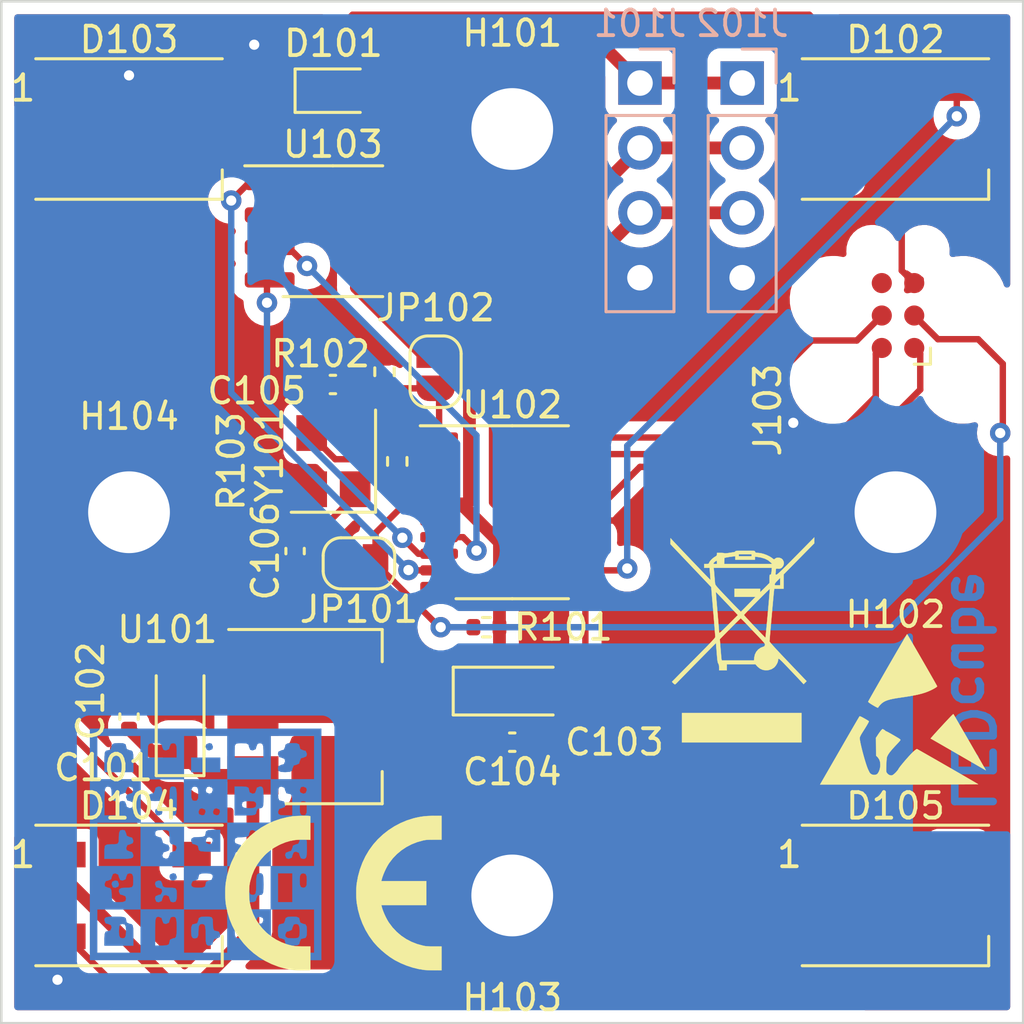
<source format=kicad_pcb>
(kicad_pcb (version 20211014) (generator pcbnew)
  (layers (0 "F.Cu" signal) (31 "B.Cu" signal) (34 "B.Paste" user) (35 "F.Paste" user) (36 "B.SilkS" user "B.Silkscreen") (37 "F.SilkS" user "F.Silkscreen") (38 "B.Mask" user) (39 "F.Mask" user) (44 "Edge.Cuts" user))
  (net 0 "")
  (net 1 "GND")
  (net 2 "+5V")
  (net 3 "+3V3")
  (net 4 "Net-(C105-Pad2)")
  (net 5 "Net-(C106-Pad2)")
  (net 6 "Net-(D101-Pad2)")
  (net 7 "/DIN")
  (net 8 "Net-(D102-Pad2)")
  (net 9 "Net-(D103-Pad2)")
  (net 10 "Net-(D104-Pad2)")
  (net 11 "/DOUT")
  (net 12 "/A")
  (net 13 "/B")
  (net 14 "/SWDIO")
  (net 15 "/SWCLK")
  (net 17 "/~{RST}")
  (net 18 "/BOOT0")
  (net 20 "Net-(U102-Pad7)")
  (net 21 "Net-(U102-Pad8)")
  (net 22 "Net-(U102-Pad9)")
  (footprint "Capacitor_SMD:C_0402_1005Metric" (layer "F.Cu") (at 100 109 180)
    (fp_text reference "C104")
    (fp_text value "100n")
  )
  (footprint "LED_SMD:LED_WS2812B_PLCC4_5.0x5.0mm_P3.2mm" (layer "F.Cu") (at 115 115)
    (fp_text reference "D105")
    (fp_text value "WS2812B")
  )
  (footprint "Capacitor_SMD:C_0402_1005Metric" (layer "F.Cu") (at 91.5 101.52 90)
    (fp_text reference "C106")
    (fp_text value "9p")
  )
  (footprint "MountingHole:MountingHole_3.2mm_M3_ISO14580_Pad" (layer "F.Cu") (at 100 115)
    (fp_text reference "H103")
    (fp_text value "~")
  )
  (footprint "Crystal:Crystal_SMD_3225-4Pin_3.2x2.5mm" (layer "F.Cu") (at 93 98 90)
    (fp_text reference "Y101")
    (fp_text value "16MHz")
  )
  (footprint "Capacitor_SMD:C_0402_1005Metric" (layer "F.Cu") (at 92.98 95 180)
    (fp_text reference "C105")
    (fp_text value "9p")
  )
  (footprint "Package_SO:TSSOP-20_4.4x6.5mm_P0.65mm" (layer "F.Cu") (at 100 100)
    (fp_text reference "U102")
    (fp_text value "STM32F030F4Px")
  )
  (footprint "Diode_SMD:D_SOD-323" (layer "F.Cu") (at 93 83.5)
    (fp_text reference "D101")
    (fp_text value "BAT60A")
  )
  (footprint "Capacitor_Tantalum_SMD:CP_EIA-3216-18_Kemet-A" (layer "F.Cu") (at 87 108 90)
    (fp_text reference "C101")
    (fp_text value "10µ")
  )
  (footprint "Resistor_SMD:R_0402_1005Metric" (layer "F.Cu") (at 95.5 98.01 -90)
    (fp_text reference "R103")
    (fp_text value "1M")
  )
  (footprint "Package_TO_SOT_SMD:SOT-223-3_TabPin2" (layer "F.Cu") (at 93 108)
    (fp_text reference "U101")
    (fp_text value "AP1117-33")
  )
  (footprint "LED_SMD:LED_WS2812B_PLCC4_5.0x5.0mm_P3.2mm" (layer "F.Cu") (at 85 115)
    (fp_text reference "D104")
    (fp_text value "WS2812B")
  )
  (footprint "LED_SMD:LED_WS2812B_PLCC4_5.0x5.0mm_P3.2mm" (layer "F.Cu") (at 115 85)
    (fp_text reference "D102")
    (fp_text value "WS2812B")
  )
  (footprint "Jumper:SolderJumper-2_P1.3mm_Open_RoundedPad1.0x1.5mm" (layer "F.Cu") (at 97 94.5 -90)
    (fp_text reference "JP102")
    (fp_text value "BOOT0")
  )
  (footprint "Symbol:ESD-Logo_6.6x6mm_SilkScreen" (layer "F.Cu") (at 115.3 107.7)
    (fp_text reference "SYM3" hide)
    (fp_text value "ESD-Logo_6.6x6mm_SilkScreen" hide)
  )
  (footprint "Symbol:CE-Logo_8.5x6mm_SilkScreen" (layer "F.Cu") (at 93 114.9)
    (fp_text reference "SYM4" hide)
    (fp_text value "CE-Logo_8.5x6mm_SilkScreen" hide)
  )
  (footprint "Jumper:SolderJumper-2_P1.3mm_Open_RoundedPad1.0x1.5mm" (layer "F.Cu") (at 94 102 180)
    (fp_text reference "JP101")
    (fp_text value "NRST")
  )
  (footprint "Resistor_SMD:R_0402_1005Metric" (layer "F.Cu") (at 95 94.5 90)
    (fp_text reference "R102")
    (fp_text value "100k")
  )
  (footprint "Capacitor_SMD:C_0402_1005Metric" (layer "F.Cu") (at 85 108 -90)
    (fp_text reference "C102")
    (fp_text value "100n")
  )
  (footprint "MountingHole:MountingHole_3.2mm_M3_ISO14580_Pad" (layer "F.Cu") (at 85 100)
    (fp_text reference "H104")
    (fp_text value "~")
  )
  (footprint "MountingHole:MountingHole_3.2mm_M3_ISO14580_Pad" (layer "F.Cu") (at 115 100)
    (fp_text reference "H102")
    (fp_text value "~")
  )
  (footprint "Capacitor_Tantalum_SMD:CP_EIA-3216-18_Kemet-A" (layer "F.Cu") (at 100 107)
    (fp_text reference "C103")
    (fp_text value "10µ")
  )
  (footprint "Package_SO:SOIC-8_3.9x4.9mm_P1.27mm" (layer "F.Cu") (at 92.98 89)
    (fp_text reference "U103")
    (fp_text value "SP3485CN")
  )
  (footprint "Symbol:WEEE-Logo_5.6x8mm_SilkScreen" (layer "F.Cu") (at 109 105)
    (fp_text reference "SYM2" hide)
    (fp_text value "WEEE-Logo_5.6x8mm_SilkScreen" hide)
  )
  (footprint "MountingHole:MountingHole_3.2mm_M3_ISO14580_Pad" (layer "F.Cu") (at 100 85)
    (fp_text reference "H101")
    (fp_text value "~")
  )
  (footprint "Resistor_SMD:R_0402_1005Metric" (layer "F.Cu") (at 98.99 104.5 180)
    (fp_text reference "R101")
    (fp_text value "100k")
  )
  (footprint "LED_SMD:LED_WS2812B_PLCC4_5.0x5.0mm_P3.2mm" (layer "F.Cu") (at 85 85)
    (fp_text reference "D103")
    (fp_text value "WS2812B")
  )
  (footprint "Connector:Tag-Connect_TC2030-IDC-FP_2x03_P1.27mm_Vertical" (layer "F.Cu") (at 115.1 92.3 90)
    (fp_text reference "J103")
    (fp_text value "JTAG")
  )
  (footprint "eurovibes:LOGO" (layer "B.Cu") (at 88 113 180)
    (fp_text reference "SYM1" hide)
    (fp_text value "LOGO" hide)
  )
  (footprint "Connector_PinHeader_2.54mm:PinHeader_1x04_P2.54mm_Vertical" (layer "B.Cu") (at 105 83.2 180)
    (fp_text reference "J101")
    (fp_text value "IN")
  )
  (footprint "Connector_PinHeader_2.54mm:PinHeader_1x04_P2.54mm_Vertical" (layer "B.Cu") (at 109 83.2 180)
    (fp_text reference "J102")
    (fp_text value "OUT")
  )
  (gr_line (start 120 120) (end 80 120) (layer "Edge.Cuts") (width 0.1))
  (gr_line (start 120 80) (end 120 120) (layer "Edge.Cuts") (width 0.1))
  (gr_line (start 80 80) (end 120 80) (layer "Edge.Cuts") (width 0.1))
  (gr_line (start 80 120) (end 80 80) (layer "Edge.Cuts") (width 0.1))
  (gr_text "LEDcube" (at 118 107 -90) (layer "B.Cu") (effects (font (size 1.5 1.5) (thickness 0.3)) (justify mirror)))
  (segment (start 115.246179 90.541179) (end 115.735 91.03) (width 0.25) (layer "F.Cu") (net 1))
  (segment (start 93.85 96.9) (end 93.85 97) (width 0.25) (layer "F.Cu") (net 1))
  (segment (start 102.8625 100.325) (end 106.045 100.325) (width 0.25) (layer "F.Cu") (net 1))
  (segment (start 115.246179 88.803821) (end 115.246179 90.541179) (width 0.25) (layer "F.Cu") (net 1))
  (segment (start 106.045 100.325) (end 106.725 101.005) (width 0.25) (layer "F.Cu") (net 1))
  (segment (start 92.15 99.65) (end 92.15 99.1) (width 0.25) (layer "F.Cu") (net 1))
  (segment (start 117.45 86.6) (end 115.246179 88.803821) (width 0.25) (layer "F.Cu") (net 1))
  (segment (start 101.35 101.149639) (end 101.35 107) (width 0.25) (layer "F.Cu") (net 1))
  (segment (start 102.174639 100.325) (end 101.35 101.149639) (width 0.25) (layer "F.Cu") (net 1))
  (segment (start 102.8625 100.325) (end 102.174639 100.325) (width 0.25) (layer "F.Cu") (net 1))
  (via (at 82.2 118.3) (size 0.8) (drill 0.4) (layers "F.Cu" "B.Cu") (net 1))
  (via (at 89.9 81.7) (size 0.8) (drill 0.4) (layers "F.Cu" "B.Cu") (net 1))
  (via (at 85 82.9) (size 0.8) (drill 0.4) (layers "F.Cu" "B.Cu") (net 1))
  (via (at 111 96.5) (size 0.8) (drill 0.4) (layers "F.Cu" "B.Cu") (net 1))
  (segment (start 91.100489 84.349511) (end 91.95 83.5) (width 0.5) (layer "F.Cu") (net 2))
  (segment (start 91.95 83.5) (end 94.349031 81.100969) (width 0.5) (layer "F.Cu") (net 2))
  (segment (start 89.85 110.3) (end 89.85 116.349022) (width 0.5) (layer "F.Cu") (net 2))
  (segment (start 82.55 114.4) (end 86.80452 118.65452) (width 0.5) (layer "F.Cu") (net 2))
  (segment (start 89.85 116.349022) (end 87.544502 118.65452) (width 0.5) (layer "F.Cu") (net 2))
  (segment (start 85.87 109.35) (end 85 108.48) (width 0.5) (layer "F.Cu") (net 2))
  (segment (start 112.644502 118.65452) (end 113.749511 117.549511) (width 0.5) (layer "F.Cu") (net 2))
  (segment (start 113.749511 114.599511) (end 112.55 113.4) (width 0.5) (layer "F.Cu") (net 2))
  (segment (start 82.55 83.4) (end 81.350489 84.599511) (width 0.5) (layer "F.Cu") (net 2))
  (segment (start 87 109.35) (end 85.87 109.35) (width 0.5) (layer "F.Cu") (net 2))
  (segment (start 82.55 113.4) (end 82.55 114.4) (width 0.5) (layer "F.Cu") (net 2))
  (segment (start 83.499511 84.349511) (end 91.100489 84.349511) (width 0.5) (layer "F.Cu") (net 2))
  (segment (start 87.95 110.3) (end 87 109.35) (width 0.5) (layer "F.Cu") (net 2))
  (segment (start 94.349031 81.100969) (end 110.250969 81.100969) (width 0.5) (layer "F.Cu") (net 2))
  (segment (start 113.749511 117.549511) (end 113.749511 114.599511) (width 0.5) (layer "F.Cu") (net 2))
  (segment (start 81.350489 112.200489) (end 82.55 113.4) (width 0.5) (layer "F.Cu") (net 2))
  (segment (start 82.55 83.4) (end 83.499511 84.349511) (width 0.5) (layer "F.Cu") (net 2))
  (segment (start 86.80452 118.65452) (end 112.644502 118.65452) (width 0.5) (layer "F.Cu") (net 2))
  (segment (start 110.250969 81.100969) (end 112.55 83.4) (width 0.5) (layer "F.Cu") (net 2))
  (segment (start 81.350489 84.599511) (end 81.350489 112.200489) (width 0.5) (layer "F.Cu") (net 2))
  (segment (start 89.85 110.3) (end 87.95 110.3) (width 0.5) (layer "F.Cu") (net 2))
  (segment (start 98.65 109) (end 97.65 108) (width 0.5) (layer "F.Cu") (net 3))
  (segment (start 113.467859 96.867859) (end 114.302255 96.867859) (width 0.25) (layer "F.Cu") (net 3))
  (segment (start 97.1375 99.675) (end 98.203116 99.675) (width 0.5) (layer "F.Cu") (net 3))
  (segment (start 97 93.85) (end 97.585718 93.85) (width 0.5) (layer "F.Cu") (net 3))
  (segment (start 103.550361 99.675) (end 105 98.225361) (width 0.25) (layer "F.Cu") (net 3))
  (segment (start 98.32452 99.553596) (end 98.203116 99.675) (width 0.5) (layer "F.Cu") (net 3))
  (segment (start 95.455 87.095) (end 94.902151 87.095) (width 0.5) (layer "F.Cu") (net 3))
  (segment (start 105 98.225361) (end 112.110357 98.225361) (width 0.25) (layer "F.Cu") (net 3))
  (segment (start 115.969821 95.200293) (end 115.969821 93.804821) (width 0.25) (layer "F.Cu") (net 3))
  (segment (start 98.002138 99.675) (end 99.5 101.172862) (width 0.5) (layer "F.Cu") (net 3))
  (segment (start 102.8625 99.675) (end 103.550361 99.675) (width 0.25) (layer "F.Cu") (net 3))
  (segment (start 100.997862 99.675) (end 102.8625 99.675) (width 0.5) (layer "F.Cu") (net 3))
  (segment (start 96.15 108) (end 97.65 108) (width 0.5) (layer "F.Cu") (net 3))
  (segment (start 93.9 91.2) (end 96.55 93.85) (width 0.5) (layer "F.Cu") (net 3))
  (segment (start 114.302255 96.867859) (end 115.969821 95.200293) (width 0.25) (layer "F.Cu") (net 3))
  (segment (start 97.585718 93.85) (end 98.32452 94.588802) (width 0.5) (layer "F.Cu") (net 3))
  (segment (start 97.1375 99.675) (end 97.825361 99.675) (width 0.25) (layer "F.Cu") (net 3))
  (segment (start 96.55 93.85) (end 97 93.85) (width 0.5) (layer "F.Cu") (net 3))
  (segment (start 99.5 106.15) (end 99.5 104.5) (width 0.5) (layer "F.Cu") (net 3))
  (segment (start 112.110357 98.225361) (end 113.467859 96.867859) (width 0.25) (layer "F.Cu") (net 3))
  (segment (start 98.65 107) (end 99.5 106.15) (width 0.5) (layer "F.Cu") (net 3))
  (segment (start 98.32452 94.588802) (end 98.32452 99.553596) (width 0.5) (layer "F.Cu") (net 3))
  (segment (start 97.65 108) (end 98.65 107) (width 0.5) (layer "F.Cu") (net 3))
  (segment (start 93.9 88.097151) (end 93.9 91.2) (width 0.5) (layer "F.Cu") (net 3))
  (segment (start 99.5 104.5) (end 99.5 101.172862) (width 0.5) (layer "F.Cu") (net 3))
  (segment (start 115.969821 93.804821) (end 115.735 93.57) (width 0.25) (layer "F.Cu") (net 3))
  (segment (start 94.902151 87.095) (end 93.9 88.097151) (width 0.5) (layer "F.Cu") (net 3))
  (segment (start 99.5 101.172862) (end 100.997862 99.675) (width 0.5) (layer "F.Cu") (net 3))
  (segment (start 99.52 109) (end 98.65 109) (width 0.5) (layer "F.Cu") (net 3))
  (segment (start 89.85 108) (end 96.15 108) (width 0.5) (layer "F.Cu") (net 3))
  (segment (start 95.725 97.725) (end 95.5 97.5) (width 0.25) (layer "F.Cu") (net 4))
  (segment (start 92.15 97) (end 92.15 96.9) (width 0.25) (layer "F.Cu") (net 4))
  (segment (start 93.074511 97.924511) (end 92.15 97) (width 0.25) (layer "F.Cu") (net 4))
  (segment (start 97.1375 97.725) (end 95.725 97.725) (width 0.25) (layer "F.Cu") (net 4))
  (segment (start 95.5 97.5) (end 95.075489 97.924511) (width 0.25) (layer "F.Cu") (net 4))
  (segment (start 92.5 95) (end 92.5 96.55) (width 0.25) (layer "F.Cu") (net 4))
  (segment (start 92.5 96.55) (end 92.15 96.9) (width 0.25) (layer "F.Cu") (net 4))
  (segment (start 95.075489 97.924511) (end 93.074511 97.924511) (width 0.25) (layer "F.Cu") (net 4))
  (segment (start 97.1375 98.375) (end 95.645 98.375) (width 0.25) (layer "F.Cu") (net 5))
  (segment (start 95.645 98.375) (end 95.5 98.52) (width 0.25) (layer "F.Cu") (net 5))
  (segment (start 91.5 101.04) (end 92.159022 101.04) (width 0.25) (layer "F.Cu") (net 5))
  (segment (start 92.159022 101.04) (end 93.85 99.349022) (width 0.25) (layer "F.Cu") (net 5))
  (segment (start 94.43 98.52) (end 93.85 99.1) (width 0.25) (layer "F.Cu") (net 5))
  (segment (start 95.5 98.52) (end 94.43 98.52) (width 0.25) (layer "F.Cu") (net 5))
  (segment (start 93.85 99.349022) (end 93.85 99.1) (width 0.25) (layer "F.Cu") (net 5))
  (segment (start 95.749511 81.800489) (end 94.05 83.5) (width 0.5) (layer "F.Cu") (net 6))
  (segment (start 105 83.2) (end 103.600489 81.800489) (width 0.5) (layer "F.Cu") (net 6))
  (segment (start 109 83.2) (end 105 83.2) (width 0.5) (layer "F.Cu") (net 6))
  (segment (start 103.600489 81.800489) (end 95.749511 81.800489) (width 0.5) (layer "F.Cu") (net 6))
  (segment (start 117.4 83.45) (end 117.45 83.4) (width 0.25) (layer "F.Cu") (net 7))
  (segment (start 104.425 102.275) (end 104.5 102.2) (width 0.25) (layer "F.Cu") (net 7))
  (segment (start 117.4 84.5) (end 117.4 83.45) (width 0.25) (layer "F.Cu") (net 7))
  (segment (start 102.8625 102.275) (end 104.425 102.275) (width 0.25) (layer "F.Cu") (net 7))
  (via (at 104.5 102.2) (size 0.8) (drill 0.4) (layers "F.Cu" "B.Cu") (net 7))
  (via (at 117.4 84.5) (size 0.8) (drill 0.4) (layers "F.Cu" "B.Cu") (net 7))
  (segment (start 104.5 97.4) (end 117.4 84.5) (width 0.25) (layer "B.Cu") (net 7))
  (segment (start 104.5 102.2) (end 104.5 97.4) (width 0.25) (layer "B.Cu") (net 7))
  (segment (start 113.7 82.6) (end 111.62645 80.52645) (width 0.25) (layer "F.Cu") (net 8))
  (segment (start 113.7 85.45) (end 113.7 82.6) (width 0.25) (layer "F.Cu") (net 8))
  (segment (start 111.62645 80.52645) (end 93.749528 80.52645) (width 0.25) (layer "F.Cu") (net 8))
  (segment (start 112.55 86.6) (end 113.7 85.45) (width 0.25) (layer "F.Cu") (net 8))
  (segment (start 93.749528 80.52645) (end 90.875978 83.4) (width 0.25) (layer "F.Cu") (net 8))
  (segment (start 90.875978 83.4) (end 87.45 83.4) (width 0.25) (layer "F.Cu") (net 8))
  (segment (start 81.925009 107.875009) (end 81.925009 87.224991) (width 0.25) (layer "F.Cu") (net 9))
  (segment (start 87.45 113.4) (end 81.925009 107.875009) (width 0.25) (layer "F.Cu") (net 9))
  (segment (start 81.925009 87.224991) (end 82.55 86.6) (width 0.25) (layer "F.Cu") (net 9))
  (segment (start 82.55 116.6) (end 85.179039 119.229039) (width 0.25) (layer "F.Cu") (net 10))
  (segment (start 117.45 114.661516) (end 117.45 113.4) (width 0.25) (layer "F.Cu") (net 10))
  (segment (start 112.882477 119.229039) (end 117.45 114.661516) (width 0.25) (layer "F.Cu") (net 10))
  (segment (start 85.179039 119.229039) (end 112.882477 119.229039) (width 0.25) (layer "F.Cu") (net 10))
  (segment (start 112.55 116.6) (end 110.8 116.6) (width 0.25) (layer "F.Cu") (net 11))
  (segment (start 102.8625 108.6625) (end 102.8625 102.925) (width 0.25) (layer "F.Cu") (net 11))
  (segment (start 110.8 116.6) (end 102.8625 108.6625) (width 0.25) (layer "F.Cu") (net 11))
  (segment (start 103.759511 89.520489) (end 105 88.28) (width 0.5) (layer "F.Cu") (net 12))
  (segment (start 95.455 89.635) (end 95.569511 89.520489) (width 0.5) (layer "F.Cu") (net 12))
  (segment (start 109 88.28) (end 105 88.28) (width 0.5) (layer "F.Cu") (net 12))
  (segment (start 95.569511 89.520489) (end 103.759511 89.520489) (width 0.5) (layer "F.Cu") (net 12))
  (segment (start 109 85.74) (end 105 85.74) (width 0.5) (layer "F.Cu") (net 13))
  (segment (start 102.375 88.365) (end 105 85.74) (width 0.5) (layer "F.Cu") (net 13))
  (segment (start 95.455 88.365) (end 102.375 88.365) (width 0.5) (layer "F.Cu") (net 13))
  (segment (start 111.975 97.725) (end 102.8625 97.725) (width 0.25) (layer "F.Cu") (net 14))
  (segment (start 114.230179 95.469821) (end 111.975 97.725) (width 0.25) (layer "F.Cu") (net 14))
  (segment (start 114.230179 93.804821) (end 114.230179 95.469821) (width 0.25) (layer "F.Cu") (net 14))
  (segment (start 114.465 93.57) (end 114.230179 93.804821) (width 0.25) (layer "F.Cu") (net 14))
  (segment (start 102.8625 97.075) (end 107.925 97.075) (width 0.25) (layer "F.Cu") (net 15))
  (segment (start 114.465 92.3) (end 113.486971 93.278029) (width 0.25) (layer "F.Cu") (net 15))
  (segment (start 113.486971 93.278029) (end 111.721971 93.278029) (width 0.25) (layer "F.Cu") (net 15))
  (segment (start 107.925 97.075) (end 111.721971 93.278029) (width 0.25) (layer "F.Cu") (net 15))
  (segment (start 119.201971 94.193009) (end 118.235933 93.226971) (width 0.25) (layer "F.Cu") (net 17))
  (segment (start 118.235933 93.226971) (end 116.661971 93.226971) (width 0.25) (layer "F.Cu") (net 17))
  (segment (start 119.201971 96.798029) (end 119.201971 94.193009) (width 0.25) (layer "F.Cu") (net 17))
  (segment (start 116.661971 93.226971) (end 115.735 92.3) (width 0.25) (layer "F.Cu") (net 17))
  (segment (start 94.65 102) (end 97.15 104.5) (width 0.25) (layer "F.Cu") (net 17))
  (segment (start 94.65 100.810356) (end 94.65 102) (width 0.25) (layer "F.Cu") (net 17))
  (segment (start 97.1375 99.025) (end 96.435356 99.025) (width 0.25) (layer "F.Cu") (net 17))
  (segment (start 98.48 104.5) (end 97.2 104.5) (width 0.25) (layer "F.Cu") (net 17))
  (segment (start 96.435356 99.025) (end 94.65 100.810356) (width 0.25) (layer "F.Cu") (net 17))
  (segment (start 119.1 96.9) (end 119.201971 96.798029) (width 0.25) (layer "F.Cu") (net 17))
  (segment (start 97.2 104.5) (end 97.15 104.5) (width 0.25) (layer "F.Cu") (net 17))
  (via (at 119.1 96.9) (size 0.8) (drill 0.4) (layers "F.Cu" "B.Cu") (net 17))
  (via (at 97.2 104.5) (size 0.8) (drill 0.4) (layers "F.Cu" "B.Cu") (net 17))
  (segment (start 119.1 100.248016) (end 119.1 96.9) (width 0.25) (layer "B.Cu") (net 17))
  (segment (start 97.2 104.5) (end 114.848016 104.5) (width 0.25) (layer "B.Cu") (net 17))
  (segment (start 114.848016 104.5) (end 119.1 100.248016) (width 0.25) (layer "B.Cu") (net 17))
  (segment (start 97 95.15) (end 95.14 95.15) (width 0.25) (layer "F.Cu") (net 18))
  (segment (start 97.1375 97.075) (end 97.1375 95.2875) (width 0.25) (layer "F.Cu") (net 18))
  (segment (start 97.1375 95.2875) (end 97 95.15) (width 0.25) (layer "F.Cu") (net 18))
  (segment (start 95.14 95.15) (end 95 95.01) (width 0.25) (layer "F.Cu") (net 18))
  (segment (start 91.242432 89.635) (end 90.505 89.635) (width 0.25) (layer "F.Cu") (net 20))
  (segment (start 98.075 100.975) (end 98.6 101.5) (width 0.25) (layer "F.Cu") (net 20))
  (segment (start 90.505 88.365) (end 90.505 89.635) (width 0.25) (layer "F.Cu") (net 20))
  (segment (start 97.1375 100.975) (end 98.075 100.975) (width 0.25) (layer "F.Cu") (net 20))
  (segment (start 91.966201 90.358769) (end 91.242432 89.635) (width 0.25) (layer "F.Cu") (net 20))
  (via (at 98.6 101.5) (size 0.8) (drill 0.4) (layers "F.Cu" "B.Cu") (net 20))
  (via (at 91.966201 90.358769) (size 0.8) (drill 0.4) (layers "F.Cu" "B.Cu") (net 20))
  (segment (start 98.6 101.5) (end 98.6 96.992568) (width 0.25) (layer "B.Cu") (net 20))
  (segment (start 98.6 96.992568) (end 91.966201 90.358769) (width 0.25) (layer "B.Cu") (net 20))
  (segment (start 90.4 91.01) (end 90.505 90.905) (width 0.25) (layer "F.Cu") (net 21))
  (segment (start 97.1375 101.625) (end 96.325 101.625) (width 0.25) (layer "F.Cu") (net 21))
  (segment (start 96.325 101.625) (end 95.7 101) (width 0.25) (layer "F.Cu") (net 21))
  (segment (start 90.4 91.8) (end 90.4 91.01) (width 0.25) (layer "F.Cu") (net 21))
  (via (at 95.7 101) (size 0.8) (drill 0.4) (layers "F.Cu" "B.Cu") (net 21))
  (via (at 90.4 91.8) (size 0.8) (drill 0.4) (layers "F.Cu" "B.Cu") (net 21))
  (segment (start 90.4 95.7) (end 90.4 91.8) (width 0.25) (layer "B.Cu") (net 21))
  (segment (start 95.7 101) (end 90.4 95.7) (width 0.25) (layer "B.Cu") (net 21))
  (segment (start 89 87.8) (end 89.705 87.095) (width 0.25) (layer "F.Cu") (net 22))
  (segment (start 97.1375 102.275) (end 95.949598 102.275) (width 0.25) (layer "F.Cu") (net 22))
  (segment (start 95.949598 102.275) (end 95.937299 102.262701) (width 0.25) (layer "F.Cu") (net 22))
  (segment (start 89.705 87.095) (end 90.505 87.095) (width 0.25) (layer "F.Cu") (net 22))
  (via (at 95.937299 102.262701) (size 0.8) (drill 0.4) (layers "F.Cu" "B.Cu") (net 22))
  (via (at 89 87.8) (size 0.8) (drill 0.4) (layers "F.Cu" "B.Cu") (net 22))
  (segment (start 89 95.325402) (end 89 87.8) (width 0.25) (layer "B.Cu") (net 22))
  (segment (start 95.937299 102.262701) (end 89 95.325402) (width 0.25) (layer "B.Cu") (net 22))
  (zone (net 1) (net_name "GND") (layer "F.Cu") (connect_pads yes (clearance 0.508)) (min_thickness 0.254) (fill yes (thermal_gap 0.508) (thermal_bridge_width 0.508))
    (polygon (pts (xy 120 120) (xy 80 120) (xy 80 80) (xy 120 80)))
  )
  (zone (net 1) (net_name "GND") (layer "B.Cu") (connect_pads yes (clearance 0.508)) (min_thickness 0.254) (fill yes (thermal_gap 0.508) (thermal_bridge_width 0.508))
    (polygon (pts (xy 120 120) (xy 80 120) (xy 80 80) (xy 120 80)))
  )
)
</source>
